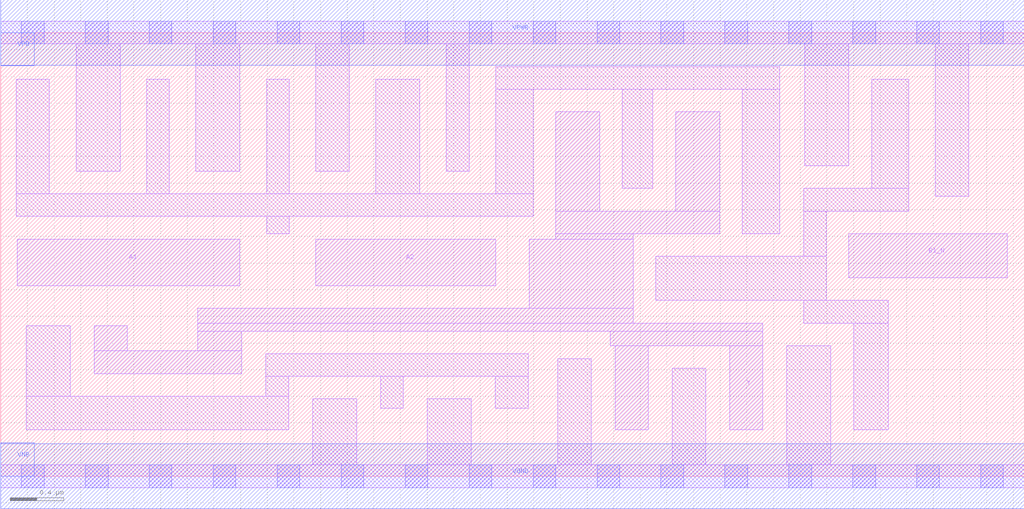
<source format=lef>
# Copyright 2020 The SkyWater PDK Authors
#
# Licensed under the Apache License, Version 2.0 (the "License");
# you may not use this file except in compliance with the License.
# You may obtain a copy of the License at
#
#     https://www.apache.org/licenses/LICENSE-2.0
#
# Unless required by applicable law or agreed to in writing, software
# distributed under the License is distributed on an "AS IS" BASIS,
# WITHOUT WARRANTIES OR CONDITIONS OF ANY KIND, either express or implied.
# See the License for the specific language governing permissions and
# limitations under the License.
#
# SPDX-License-Identifier: Apache-2.0

VERSION 5.5 ;
NAMESCASESENSITIVE ON ;
BUSBITCHARS "[]" ;
DIVIDERCHAR "/" ;
MACRO sky130_fd_sc_ms__a21boi_4
  CLASS CORE ;
  SOURCE USER ;
  ORIGIN  0.000000  0.000000 ;
  SIZE  7.680000 BY  3.330000 ;
  SYMMETRY X Y ;
  SITE unit ;
  PIN A1
    ANTENNAGATEAREA  1.116000 ;
    DIRECTION INPUT ;
    USE SIGNAL ;
    PORT
      LAYER li1 ;
        RECT 0.125000 1.430000 1.795000 1.780000 ;
    END
  END A1
  PIN A2
    ANTENNAGATEAREA  1.116000 ;
    DIRECTION INPUT ;
    USE SIGNAL ;
    PORT
      LAYER li1 ;
        RECT 2.365000 1.430000 3.715000 1.780000 ;
    END
  END A2
  PIN B1_N
    ANTENNAGATEAREA  0.363000 ;
    DIRECTION INPUT ;
    USE SIGNAL ;
    PORT
      LAYER li1 ;
        RECT 6.365000 1.490000 7.555000 1.820000 ;
    END
  END B1_N
  PIN Y
    ANTENNADIFFAREA  1.500800 ;
    DIRECTION OUTPUT ;
    USE SIGNAL ;
    PORT
      LAYER li1 ;
        RECT 0.700000 0.770000 1.810000 0.940000 ;
        RECT 0.700000 0.940000 0.950000 1.130000 ;
        RECT 1.480000 0.940000 1.810000 1.090000 ;
        RECT 1.480000 1.090000 5.720000 1.150000 ;
        RECT 1.480000 1.150000 4.745000 1.260000 ;
        RECT 3.965000 1.260000 4.745000 1.780000 ;
        RECT 4.165000 1.780000 4.745000 1.820000 ;
        RECT 4.165000 1.820000 5.395000 1.990000 ;
        RECT 4.165000 1.990000 4.495000 2.735000 ;
        RECT 4.575000 0.980000 5.720000 1.090000 ;
        RECT 4.610000 0.350000 4.860000 0.980000 ;
        RECT 5.065000 1.990000 5.395000 2.735000 ;
        RECT 5.470000 0.350000 5.720000 0.980000 ;
    END
  END Y
  PIN VGND
    DIRECTION INOUT ;
    USE GROUND ;
    PORT
      LAYER met1 ;
        RECT 0.000000 -0.245000 7.680000 0.245000 ;
    END
  END VGND
  PIN VNB
    DIRECTION INOUT ;
    USE GROUND ;
    PORT
    END
  END VNB
  PIN VPB
    DIRECTION INOUT ;
    USE POWER ;
    PORT
    END
  END VPB
  PIN VNB
    DIRECTION INOUT ;
    USE GROUND ;
    PORT
      LAYER met1 ;
        RECT 0.000000 0.000000 0.250000 0.250000 ;
    END
  END VNB
  PIN VPB
    DIRECTION INOUT ;
    USE POWER ;
    PORT
      LAYER met1 ;
        RECT 0.000000 3.080000 0.250000 3.330000 ;
    END
  END VPB
  PIN VPWR
    DIRECTION INOUT ;
    USE POWER ;
    PORT
      LAYER met1 ;
        RECT 0.000000 3.085000 7.680000 3.575000 ;
    END
  END VPWR
  OBS
    LAYER li1 ;
      RECT 0.000000 -0.085000 7.680000 0.085000 ;
      RECT 0.000000  3.245000 7.680000 3.415000 ;
      RECT 0.115000  1.950000 3.995000 2.120000 ;
      RECT 0.115000  2.120000 0.365000 2.980000 ;
      RECT 0.190000  0.350000 2.160000 0.600000 ;
      RECT 0.190000  0.600000 0.520000 1.130000 ;
      RECT 0.565000  2.290000 0.895000 3.245000 ;
      RECT 1.095000  2.120000 1.265000 2.980000 ;
      RECT 1.465000  2.290000 1.795000 3.245000 ;
      RECT 1.990000  0.600000 2.160000 0.750000 ;
      RECT 1.990000  0.750000 3.960000 0.920000 ;
      RECT 1.995000  1.820000 2.165000 1.950000 ;
      RECT 1.995000  2.120000 2.165000 2.980000 ;
      RECT 2.340000  0.085000 2.670000 0.580000 ;
      RECT 2.365000  2.290000 2.615000 3.245000 ;
      RECT 2.815000  2.120000 3.145000 2.980000 ;
      RECT 2.850000  0.510000 3.020000 0.750000 ;
      RECT 3.200000  0.085000 3.530000 0.580000 ;
      RECT 3.345000  2.290000 3.515000 3.245000 ;
      RECT 3.710000  0.510000 3.960000 0.750000 ;
      RECT 3.715000  2.120000 3.995000 2.905000 ;
      RECT 3.715000  2.905000 5.845000 3.075000 ;
      RECT 4.180000  0.085000 4.430000 0.880000 ;
      RECT 4.665000  2.160000 4.895000 2.905000 ;
      RECT 4.915000  1.320000 6.195000 1.650000 ;
      RECT 5.040000  0.085000 5.290000 0.810000 ;
      RECT 5.565000  1.820000 5.845000 2.905000 ;
      RECT 5.900000  0.085000 6.230000 0.980000 ;
      RECT 6.025000  1.150000 6.660000 1.320000 ;
      RECT 6.025000  1.650000 6.195000 1.990000 ;
      RECT 6.025000  1.990000 6.815000 2.160000 ;
      RECT 6.035000  2.330000 6.365000 3.245000 ;
      RECT 6.400000  0.350000 6.660000 1.150000 ;
      RECT 6.535000  2.160000 6.815000 2.980000 ;
      RECT 7.015000  2.100000 7.265000 3.245000 ;
    LAYER mcon ;
      RECT 0.155000 -0.085000 0.325000 0.085000 ;
      RECT 0.155000  3.245000 0.325000 3.415000 ;
      RECT 0.635000 -0.085000 0.805000 0.085000 ;
      RECT 0.635000  3.245000 0.805000 3.415000 ;
      RECT 1.115000 -0.085000 1.285000 0.085000 ;
      RECT 1.115000  3.245000 1.285000 3.415000 ;
      RECT 1.595000 -0.085000 1.765000 0.085000 ;
      RECT 1.595000  3.245000 1.765000 3.415000 ;
      RECT 2.075000 -0.085000 2.245000 0.085000 ;
      RECT 2.075000  3.245000 2.245000 3.415000 ;
      RECT 2.555000 -0.085000 2.725000 0.085000 ;
      RECT 2.555000  3.245000 2.725000 3.415000 ;
      RECT 3.035000 -0.085000 3.205000 0.085000 ;
      RECT 3.035000  3.245000 3.205000 3.415000 ;
      RECT 3.515000 -0.085000 3.685000 0.085000 ;
      RECT 3.515000  3.245000 3.685000 3.415000 ;
      RECT 3.995000 -0.085000 4.165000 0.085000 ;
      RECT 3.995000  3.245000 4.165000 3.415000 ;
      RECT 4.475000 -0.085000 4.645000 0.085000 ;
      RECT 4.475000  3.245000 4.645000 3.415000 ;
      RECT 4.955000 -0.085000 5.125000 0.085000 ;
      RECT 4.955000  3.245000 5.125000 3.415000 ;
      RECT 5.435000 -0.085000 5.605000 0.085000 ;
      RECT 5.435000  3.245000 5.605000 3.415000 ;
      RECT 5.915000 -0.085000 6.085000 0.085000 ;
      RECT 5.915000  3.245000 6.085000 3.415000 ;
      RECT 6.395000 -0.085000 6.565000 0.085000 ;
      RECT 6.395000  3.245000 6.565000 3.415000 ;
      RECT 6.875000 -0.085000 7.045000 0.085000 ;
      RECT 6.875000  3.245000 7.045000 3.415000 ;
      RECT 7.355000 -0.085000 7.525000 0.085000 ;
      RECT 7.355000  3.245000 7.525000 3.415000 ;
  END
END sky130_fd_sc_ms__a21boi_4
END LIBRARY

</source>
